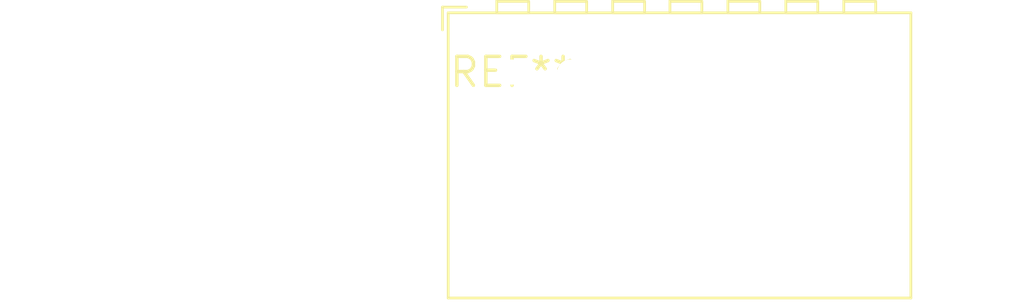
<source format=kicad_pcb>
(kicad_pcb (version 20240108) (generator pcbnew)
  (layers (0 "F.Cu" signal) (31 "B.Cu" signal) (34 "B.Paste" user) (35 "F.Paste" user) (36 "B.SilkS" user "B.Silkscreen") (37 "F.SilkS" user "F.Silkscreen") (38 "B.Mask" user) (39 "F.Mask" user) (44 "Edge.Cuts" user))
  (net 0 "")
  (footprint "TerminalBlock_WAGO_233-507_2x07_P2.54mm" (layer "F.Cu") (at 0 0)
    (property "Reference" "REF**")
    (property "Value" "TerminalBlock_WAGO_233-507_2x07_P2.54mm")
    (fp_line (start -3.05 -2.85) (end -3.05 -1.85) (layer "F.SilkS") (stroke (width 0.12)))
    (fp_line (start -3.05 -2.85) (end -2 -2.85) (layer "F.SilkS") (stroke (width 0.12)))
    (fp_line (start -2.8 -2.6) (end 17.48 -2.6) (layer "F.SilkS") (stroke (width 0.12)))
    (fp_line (start -2.8 9.9) (end -2.8 -2.6) (layer "F.SilkS") (stroke (width 0.12)))
    (fp_line (start 17.48 -2.6) (end 17.48 9.9) (layer "F.SilkS") (stroke (width 0.12)))
    (fp_line (start 17.48 9.9) (end -2.8 9.9) (layer "F.SilkS") (stroke (width 0.12)))
    (fp_rect (start -0.67 -3.1) (end 0.73 -2.6) (layer "F.SilkS") (stroke (width 0.12)) (fill none))
    (fp_rect (start 1.87 -3.1) (end 3.27 -2.6) (layer "F.SilkS") (stroke (width 0.12)) (fill none))
    (fp_rect (start 4.41 -3.1) (end 5.81 -2.6) (layer "F.SilkS") (stroke (width 0.12)) (fill none))
    (fp_rect (start 6.92 -3.1) (end 8.32 -2.6) (layer "F.SilkS") (stroke (width 0.12)) (fill none))
    (fp_rect (start 9.46 -3.100919) (end 10.86 -2.600919) (layer "F.SilkS") (stroke (width 0.12)) (fill none))
    (fp_rect (start 12 -3.100564) (end 13.4 -2.600564) (layer "F.SilkS") (stroke (width 0.12)) (fill none))
    (fp_rect (start 14.54 -3.1) (end 15.94 -2.6) (layer "F.SilkS") (stroke (width 0.12)) (fill none))
    (pad "1" thru_hole roundrect (at 0 0) (size 1.8 3.2) (drill 1.1) (layers *.Cu *.Mask) (remove_unused_layers) (roundrect_rratio 0.1388888889))
    (pad "1" thru_hole roundrect (at 0 5) (size 1.8 3.2) (drill 1.1) (layers *.Cu *.Mask) (remove_unused_layers) (roundrect_rratio 0.1388888889))
    (pad "2" thru_hole oval (at 2.54 0) (size 1.8 3.2) (drill 1.1) (layers *.Cu *.Mask) (remove_unused_layers))
    (pad "2" thru_hole oval (at 2.54 5) (size 1.8 3.2) (drill 1.1) (layers *.Cu *.Mask) (remove_unused_layers))
    (pad "3" thru_hole oval (at 5.08 0) (size 1.8 3.2) (drill 1.1) (layers *.Cu *.Mask) (remove_unused_layers))
    (pad "3" thru_hole oval (at 5.08 5) (size 1.8 3.2) (drill 1.1) (layers *.Cu *.Mask) (remove_unused_layers))
    (pad "4" thru_hole oval (at 7.62 0) (size 1.8 3.2) (drill 1.1) (layers *.Cu *.Mask) (remove_unused_layers))
    (pad "4" thru_hole oval (at 7.62 5) (size 1.8 3.2) (drill 1.1) (layers *.Cu *.Mask) (remove_unused_layers))
    (pad "5" thru_hole oval (at 10.16 0) (size 1.8 3.2) (drill 1.1) (layers *.Cu *.Mask) (remove_unused_layers))
    (pad "5" thru_hole oval (at 10.16 5) (size 1.8 3.2) (drill 1.1) (layers *.Cu *.Mask) (remove_unused_layers))
    (pad "6" thru_hole oval (at 12.7 0) (size 1.8 3.2) (drill 1.1) (layers *.Cu *.Mask) (remove_unused_layers))
    (pad "6" thru_hole oval (at 12.7 5) (size 1.8 3.2) (drill 1.1) (layers *.Cu *.Mask) (remove_unused_layers))
    (pad "7" thru_hole oval (at 15.24 0) (size 1.8 3.2) (drill 1.1) (layers *.Cu *.Mask) (remove_unused_layers))
    (pad "7" thru_hole oval (at 15.24 5) (size 1.8 3.2) (drill 1.1) (layers *.Cu *.Mask) (remove_unused_layers))
  )
)
</source>
